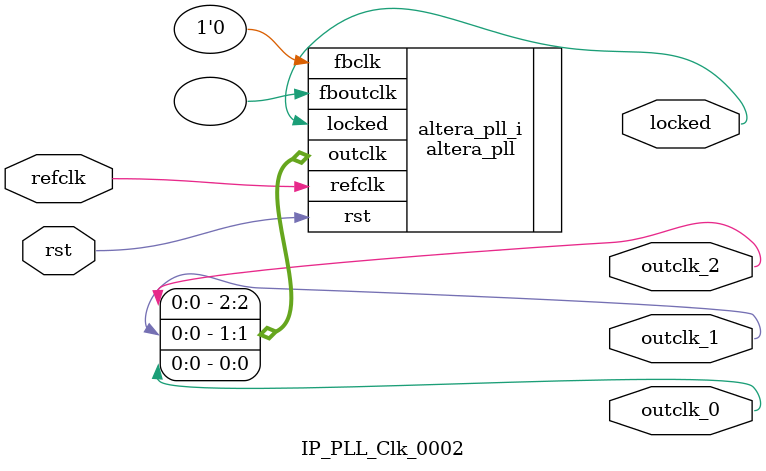
<source format=v>
`timescale 1ns/10ps
module  IP_PLL_Clk_0002(

	// interface 'refclk'
	input wire refclk,

	// interface 'reset'
	input wire rst,

	// interface 'outclk0'
	output wire outclk_0,

	// interface 'outclk1'
	output wire outclk_1,

	// interface 'outclk2'
	output wire outclk_2,

	// interface 'locked'
	output wire locked
);

	altera_pll #(
		.fractional_vco_multiplier("false"),
		.reference_clock_frequency("50.0 MHz"),
		.operation_mode("direct"),
		.number_of_clocks(3),
		.output_clock_frequency0("100.000000 MHz"),
		.phase_shift0("0 ps"),
		.duty_cycle0(50),
		.output_clock_frequency1("100.000000 MHz"),
		.phase_shift1("9375 ps"),
		.duty_cycle1(50),
		.output_clock_frequency2("28.000000 MHz"),
		.phase_shift2("0 ps"),
		.duty_cycle2(50),
		.output_clock_frequency3("0 MHz"),
		.phase_shift3("0 ps"),
		.duty_cycle3(50),
		.output_clock_frequency4("0 MHz"),
		.phase_shift4("0 ps"),
		.duty_cycle4(50),
		.output_clock_frequency5("0 MHz"),
		.phase_shift5("0 ps"),
		.duty_cycle5(50),
		.output_clock_frequency6("0 MHz"),
		.phase_shift6("0 ps"),
		.duty_cycle6(50),
		.output_clock_frequency7("0 MHz"),
		.phase_shift7("0 ps"),
		.duty_cycle7(50),
		.output_clock_frequency8("0 MHz"),
		.phase_shift8("0 ps"),
		.duty_cycle8(50),
		.output_clock_frequency9("0 MHz"),
		.phase_shift9("0 ps"),
		.duty_cycle9(50),
		.output_clock_frequency10("0 MHz"),
		.phase_shift10("0 ps"),
		.duty_cycle10(50),
		.output_clock_frequency11("0 MHz"),
		.phase_shift11("0 ps"),
		.duty_cycle11(50),
		.output_clock_frequency12("0 MHz"),
		.phase_shift12("0 ps"),
		.duty_cycle12(50),
		.output_clock_frequency13("0 MHz"),
		.phase_shift13("0 ps"),
		.duty_cycle13(50),
		.output_clock_frequency14("0 MHz"),
		.phase_shift14("0 ps"),
		.duty_cycle14(50),
		.output_clock_frequency15("0 MHz"),
		.phase_shift15("0 ps"),
		.duty_cycle15(50),
		.output_clock_frequency16("0 MHz"),
		.phase_shift16("0 ps"),
		.duty_cycle16(50),
		.output_clock_frequency17("0 MHz"),
		.phase_shift17("0 ps"),
		.duty_cycle17(50),
		.pll_type("General"),
		.pll_subtype("General")
	) altera_pll_i (
		.rst	(rst),
		.outclk	({outclk_2, outclk_1, outclk_0}),
		.locked	(locked),
		.fboutclk	( ),
		.fbclk	(1'b0),
		.refclk	(refclk)
	);
endmodule


</source>
